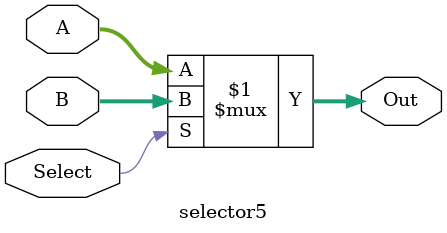
<source format=v>
`timescale 1ns / 1ps

//Select, A, B, Out
module selector5(
    input Select,
    input [4:0] A,
    input [4:0] B,
    output [4:0] Out
    );

    assign Out = Select ? B : A;
endmodule

</source>
